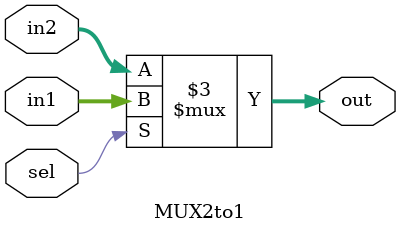
<source format=v>
`timescale 1ns / 1ps

module MUX2to1(in1,in2,out,sel

    );
    input[3:0] in1,in2;
    input sel;
    output reg [3:0] out;
    always@(*)
    begin
    if(sel)
        out = in1;
    else
        out = in2;
    end
endmodule

</source>
